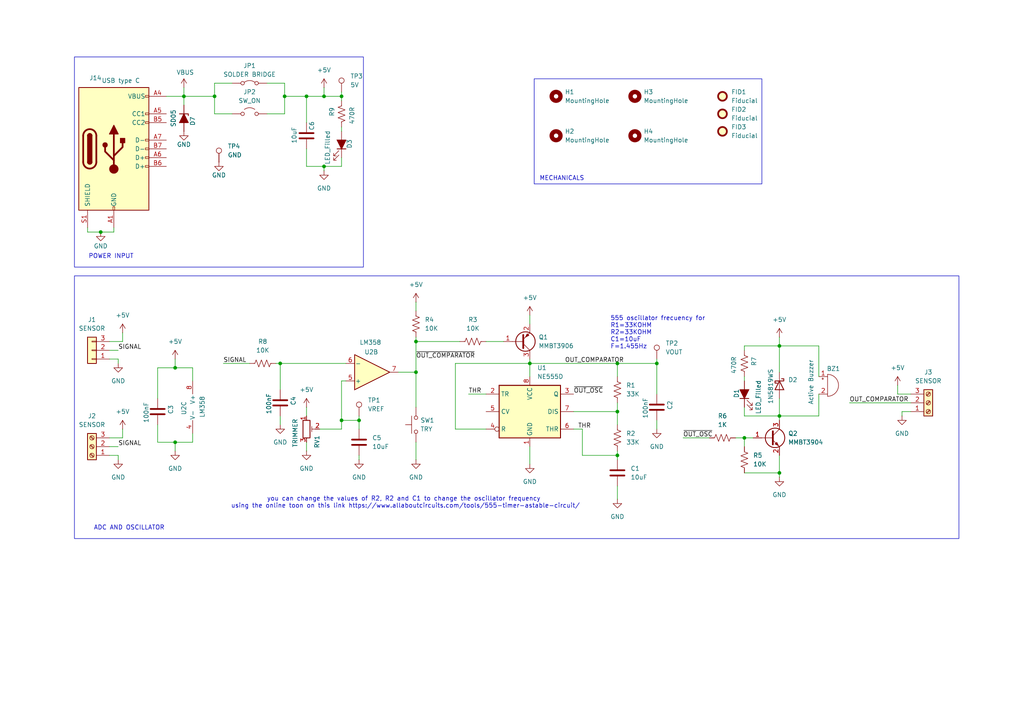
<source format=kicad_sch>
(kicad_sch (version 20250114) (generator "eeschema") (generator_version "9.0")
  (paper "A4")
  (title_block (title "Voltage comparator and alarm") (date "2025-08-02") (rev "V-1.0") (company "estebancorredor.net") (comment 1 "doenec@gmail.com") (comment 2 "https://github.com/Doenec/555"))
  (lib_symbols
    (symbol "Amplifier_Operational:LM358" (pin_names (offset 0.127))
      (property "Reference" "U" (at 0 5.08 0))
      (property "Value" "LM358" (at 0 -5.08 0))
      (symbol "LM358_1_1"
        (polyline (pts (xy -5.08 5.08) (xy 5.08 0) (xy -5.08 -5.08) (xy -5.08 5.08)) (stroke (width 0.254)) (fill (type background)))
        (pin input line (at -7.62 2.54 0) (length 2.54) (name "+") (number "3"))
        (pin input line (at -7.62 -2.54 0) (length 2.54) (name "-") (number "2"))
        (pin output line (at 7.62 0 180) (length 2.54) (name "~") (number "1"))
      )
      (symbol "LM358_2_1"
        (polyline (pts (xy -5.08 5.08) (xy 5.08 0) (xy -5.08 -5.08) (xy -5.08 5.08)) (stroke (width 0.254)) (fill (type background)))
        (pin input line (at -7.62 2.54 0) (length 2.54) (name "+") (number "5"))
        (pin input line (at -7.62 -2.54 0) (length 2.54) (name "-") (number "6"))
        (pin output line (at 7.62 0 180) (length 2.54) (name "~") (number "7"))
      )
      (symbol "LM358_3_1"
        (pin power_in line (at -2.54 7.62 270) (length 3.81) (name "V+") (number "8"))
        (pin power_in line (at -2.54 -7.62 90) (length 3.81) (name "V-") (number "4"))
      )
    )
    (symbol "Connector:Screw_Terminal_01x03" (pin_names (offset 1.016) (hide yes))
      (property "Reference" "J" (at 0 5.08 0))
      (property "Value" "Screw_Terminal_01x03" (at 0 -5.08 0))
      (symbol "Screw_Terminal_01x03_1_1"
        (rectangle (start -1.27 3.81) (end 1.27 -3.81) (stroke (width 0.254)) (fill (type background)))
        (polyline (pts (xy -0.5334 2.8702) (xy 0.3302 2.032)) (stroke (width 0.1524)))
        (polyline (pts (xy -0.5334 0.3302) (xy 0.3302 -0.508)) (stroke (width 0.1524)))
        (polyline (pts (xy -0.5334 -2.2098) (xy 0.3302 -3.048)) (stroke (width 0.1524)))
        (polyline (pts (xy -0.3556 3.048) (xy 0.508 2.2098)) (stroke (width 0.1524)))
        (polyline (pts (xy -0.3556 0.508) (xy 0.508 -0.3302)) (stroke (width 0.1524)))
        (polyline (pts (xy -0.3556 -2.032) (xy 0.508 -2.8702)) (stroke (width 0.1524)))
        (circle (center 0 2.54) (radius 0.635) (stroke (width 0.1524)))
        (circle (center 0 0) (radius 0.635) (stroke (width 0.1524)))
        (circle (center 0 -2.54) (radius 0.635) (stroke (width 0.1524)))
        (pin passive line (at -5.08 2.54 0) (length 3.81) (name "Pin_1") (number "1"))
        (pin passive line (at -5.08 0 0) (length 3.81) (name "Pin_2") (number "2"))
        (pin passive line (at -5.08 -2.54 0) (length 3.81) (name "Pin_3") (number "3"))
      )
    )
    (symbol "Connector:TestPoint" (pin_numbers (hide yes)) (pin_names (offset 0.762) (hide yes))
      (property "Reference" "TP" (at 0 6.858 0))
      (property "Value" "TestPoint" (at 0 5.08 0))
      (symbol "TestPoint_0_1"
        (circle (center 0 3.302) (radius 0.762))
      )
      (symbol "TestPoint_1_1"
        (pin passive line (at 0 0 90) (length 2.54) (name "1") (number "1"))
      )
    )
    (symbol "Connector:USB_C_Receptacle_USB2.0_14P" (pin_names (offset 1.016))
      (property "Reference" "J" (at 0 22.225 0))
      (property "Value" "USB_C_Receptacle_USB2.0_14P" (at 0 19.685 0))
      (symbol "USB_C_Receptacle_USB2.0_14P_0_0"
        (rectangle (start -0.254 -17.78) (end 0.254 -16.764))
        (rectangle (start 10.16 15.494) (end 9.144 14.986))
        (rectangle (start 10.16 10.414) (end 9.144 9.906))
        (rectangle (start 10.16 7.874) (end 9.144 7.366))
        (rectangle (start 10.16 2.794) (end 9.144 2.286))
        (rectangle (start 10.16 0.254) (end 9.144 -0.254))
        (rectangle (start 10.16 -2.286) (end 9.144 -2.794))
        (rectangle (start 10.16 -4.826) (end 9.144 -5.334))
      )
      (symbol "USB_C_Receptacle_USB2.0_14P_0_1"
        (rectangle (start -10.16 17.78) (end 10.16 -17.78) (stroke (width 0.254)) (fill (type background)))
        (polyline (pts (xy -8.89 -3.81) (xy -8.89 3.81)) (stroke (width 0.508)))
        (rectangle (start -7.62 -3.81) (end -6.35 3.81) (stroke (width 0.254)) (fill (type outline)))
        (arc (start -7.62 3.81) (mid -6.985 4.4423) (end -6.35 3.81) (stroke (width 0.254)))
        (arc (start -7.62 3.81) (mid -6.985 4.4423) (end -6.35 3.81) (stroke (width 0.254)) (fill (type outline)))
        (arc (start -8.89 3.81) (mid -6.985 5.7067) (end -5.08 3.81) (stroke (width 0.508)))
        (arc (start -5.08 -3.81) (mid -6.985 -5.7067) (end -8.89 -3.81) (stroke (width 0.508)))
        (arc (start -6.35 -3.81) (mid -6.985 -4.4423) (end -7.62 -3.81) (stroke (width 0.254)))
        (arc (start -6.35 -3.81) (mid -6.985 -4.4423) (end -7.62 -3.81) (stroke (width 0.254)) (fill (type outline)))
        (polyline (pts (xy -5.08 3.81) (xy -5.08 -3.81)) (stroke (width 0.508)))
        (circle (center -2.54 1.143) (radius 0.635) (stroke (width 0.254)) (fill (type outline)))
        (polyline (pts (xy -1.27 4.318) (xy 0 6.858) (xy 1.27 4.318) (xy -1.27 4.318)) (stroke (width 0.254)) (fill (type outline)))
        (polyline (pts (xy 0 -2.032) (xy 2.54 0.508) (xy 2.54 1.778)) (stroke (width 0.508)))
        (polyline (pts (xy 0 -3.302) (xy -2.54 -0.762) (xy -2.54 0.508)) (stroke (width 0.508)))
        (polyline (pts (xy 0 -5.842) (xy 0 4.318)) (stroke (width 0.508)))
        (circle (center 0 -5.842) (radius 1.27) (fill (type outline)))
        (rectangle (start 1.905 1.778) (end 3.175 3.048) (stroke (width 0.254)) (fill (type outline)))
      )
      (symbol "USB_C_Receptacle_USB2.0_14P_1_1"
        (pin passive line (at -7.62 -22.86 90) (length 5.08) (name "SHIELD") (number "S1"))
        (pin passive line (at 0 -22.86 90) (length 5.08) (name "GND") (number "A1"))
        (pin passive line (at 0 -22.86 90) (length 5.08) (hide yes) (name "GND") (number "A12"))
        (pin passive line (at 0 -22.86 90) (length 5.08) (hide yes) (name "GND") (number "B1"))
        (pin passive line (at 0 -22.86 90) (length 5.08) (hide yes) (name "GND") (number "B12"))
        (pin passive line (at 15.24 15.24 180) (length 5.08) (name "VBUS") (number "A4"))
        (pin passive line (at 15.24 15.24 180) (length 5.08) (hide yes) (name "VBUS") (number "A9"))
        (pin passive line (at 15.24 15.24 180) (length 5.08) (hide yes) (name "VBUS") (number "B4"))
        (pin passive line (at 15.24 15.24 180) (length 5.08) (hide yes) (name "VBUS") (number "B9"))
        (pin bidirectional line (at 15.24 10.16 180) (length 5.08) (name "CC1") (number "A5"))
        (pin bidirectional line (at 15.24 7.62 180) (length 5.08) (name "CC2") (number "B5"))
        (pin bidirectional line (at 15.24 2.54 180) (length 5.08) (name "D-") (number "A7"))
        (pin bidirectional line (at 15.24 0 180) (length 5.08) (name "D-") (number "B7"))
        (pin bidirectional line (at 15.24 -2.54 180) (length 5.08) (name "D+") (number "A6"))
        (pin bidirectional line (at 15.24 -5.08 180) (length 5.08) (name "D+") (number "B6"))
      )
    )
    (symbol "Connector_Generic:Conn_01x03" (pin_names (offset 1.016) (hide yes))
      (property "Reference" "J" (at 0 5.08 0))
      (property "Value" "Conn_01x03" (at 0 -5.08 0))
      (symbol "Conn_01x03_1_1"
        (rectangle (start -1.27 3.81) (end 1.27 -3.81) (stroke (width 0.254)) (fill (type background)))
        (rectangle (start -1.27 2.667) (end 0 2.413) (stroke (width 0.1524)))
        (rectangle (start -1.27 0.127) (end 0 -0.127) (stroke (width 0.1524)))
        (rectangle (start -1.27 -2.413) (end 0 -2.667) (stroke (width 0.1524)))
        (pin passive line (at -5.08 2.54 0) (length 3.81) (name "Pin_1") (number "1"))
        (pin passive line (at -5.08 0 0) (length 3.81) (name "Pin_2") (number "2"))
        (pin passive line (at -5.08 -2.54 0) (length 3.81) (name "Pin_3") (number "3"))
      )
    )
    (symbol "Device:Buzzer" (pin_names (offset 0.0254) (hide yes))
      (property "Reference" "BZ" (at 3.81 1.27 0))
      (property "Value" "Buzzer" (at 3.81 -1.27 0))
      (symbol "Buzzer_0_1"
        (polyline (pts (xy -1.651 1.905) (xy -1.143 1.905)))
        (polyline (pts (xy -1.397 2.159) (xy -1.397 1.651)))
        (arc (start 0 3.175) (mid 3.1612 0) (end 0 -3.175))
        (polyline (pts (xy 0 3.175) (xy 0 -3.175)))
      )
      (symbol "Buzzer_1_1"
        (pin passive line (at -2.54 2.54 0) (length 2.54) (name "+") (number "1"))
        (pin passive line (at -2.54 -2.54 0) (length 2.54) (name "-") (number "2"))
      )
    )
    (symbol "Device:C" (pin_numbers (hide yes)) (pin_names (offset 0.254))
      (property "Reference" "C" (at 0.635 2.54 0))
      (property "Value" "C" (at 0.635 -2.54 0))
      (symbol "C_0_1"
        (polyline (pts (xy -2.032 0.762) (xy 2.032 0.762)) (stroke (width 0.508)))
        (polyline (pts (xy -2.032 -0.762) (xy 2.032 -0.762)) (stroke (width 0.508)))
      )
      (symbol "C_1_1"
        (pin passive line (at 0 3.81 270) (length 2.794) (name "~") (number "1"))
        (pin passive line (at 0 -3.81 90) (length 2.794) (name "~") (number "2"))
      )
    )
    (symbol "Device:D_Zener_Filled" (pin_numbers (hide yes)) (pin_names (offset 1.016) (hide yes))
      (property "Reference" "D" (at 0 2.54 0))
      (property "Value" "D_Zener_Filled" (at 0 -2.54 0))
      (symbol "D_Zener_Filled_0_1"
        (polyline (pts (xy -1.27 -1.27) (xy -1.27 1.27) (xy -0.762 1.27)) (stroke (width 0.254)))
        (polyline (pts (xy 1.27 0) (xy -1.27 0)))
        (polyline (pts (xy 1.27 -1.27) (xy 1.27 1.27) (xy -1.27 0) (xy 1.27 -1.27)) (stroke (width 0.254)) (fill (type outline)))
      )
      (symbol "D_Zener_Filled_1_1"
        (pin passive line (at -3.81 0 0) (length 2.54) (name "K") (number "1"))
        (pin passive line (at 3.81 0 180) (length 2.54) (name "A") (number "2"))
      )
    )
    (symbol "Device:LED_Filled" (pin_numbers (hide yes)) (pin_names (offset 1.016) (hide yes))
      (property "Reference" "D" (at 0 2.54 0))
      (property "Value" "LED_Filled" (at 0 -2.54 0))
      (property "Sim.Pins" "1=K 2=A" (at 0 0 0))
      (symbol "LED_Filled_0_1"
        (polyline (pts (xy -3.048 -0.762) (xy -4.572 -2.286) (xy -3.81 -2.286) (xy -4.572 -2.286) (xy -4.572 -1.524)))
        (polyline (pts (xy -1.778 -0.762) (xy -3.302 -2.286) (xy -2.54 -2.286) (xy -3.302 -2.286) (xy -3.302 -1.524)))
        (polyline (pts (xy -1.27 0) (xy 1.27 0)))
        (polyline (pts (xy -1.27 -1.27) (xy -1.27 1.27)) (stroke (width 0.254)))
        (polyline (pts (xy 1.27 -1.27) (xy 1.27 1.27) (xy -1.27 0) (xy 1.27 -1.27)) (stroke (width 0.254)) (fill (type outline)))
      )
      (symbol "LED_Filled_1_1"
        (pin passive line (at -3.81 0 0) (length 2.54) (name "K") (number "1"))
        (pin passive line (at 3.81 0 180) (length 2.54) (name "A") (number "2"))
      )
    )
    (symbol "Device:R_Potentiometer_Trim" (pin_names (offset 1.016) (hide yes))
      (property "Reference" "RV" (at -4.445 0 90))
      (property "Value" "R_Potentiometer_Trim" (at -2.54 0 90))
      (symbol "R_Potentiometer_Trim_0_1"
        (rectangle (start 1.016 2.54) (end -1.016 -2.54) (stroke (width 0.254)))
        (polyline (pts (xy 1.524 0.762) (xy 1.524 -0.762)))
        (polyline (pts (xy 2.54 0) (xy 1.524 0)))
      )
      (symbol "R_Potentiometer_Trim_1_1"
        (pin passive line (at 0 3.81 270) (length 1.27) (name "1") (number "1"))
        (pin passive line (at 0 -3.81 90) (length 1.27) (name "3") (number "3"))
        (pin passive line (at 3.81 0 180) (length 1.27) (name "2") (number "2"))
      )
    )
    (symbol "Device:R_US" (pin_numbers (hide yes)) (pin_names (offset 0))
      (property "Reference" "R" (at 2.54 0 90))
      (property "Value" "R_US" (at -2.54 0 90))
      (symbol "R_US_0_1"
        (polyline (pts (xy 0 2.286) (xy 0 2.54)))
        (polyline (pts (xy 0 2.286) (xy 1.016 1.905) (xy 0 1.524) (xy -1.016 1.143) (xy 0 0.762)))
        (polyline (pts (xy 0 0.762) (xy 1.016 0.381) (xy 0 0) (xy -1.016 -0.381) (xy 0 -0.762)))
        (polyline (pts (xy 0 -0.762) (xy 1.016 -1.143) (xy 0 -1.524) (xy -1.016 -1.905) (xy 0 -2.286)))
        (polyline (pts (xy 0 -2.286) (xy 0 -2.54)))
      )
      (symbol "R_US_1_1"
        (pin passive line (at 0 3.81 270) (length 1.27) (name "~") (number "1"))
        (pin passive line (at 0 -3.81 90) (length 1.27) (name "~") (number "2"))
      )
    )
    (symbol "Diode:1N5819WS" (pin_numbers (hide yes)) (pin_names (offset 1.016) (hide yes))
      (property "Reference" "D" (at 0 2.54 0))
      (property "Value" "1N5819WS" (at 0 -2.54 0))
      (symbol "1N5819WS_0_1"
        (polyline (pts (xy -1.905 0.635) (xy -1.905 1.27) (xy -1.27 1.27) (xy -1.27 -1.27) (xy -0.635 -1.27) (xy -0.635 -0.635)) (stroke (width 0.254)))
        (polyline (pts (xy 1.27 1.27) (xy 1.27 -1.27) (xy -1.27 0) (xy 1.27 1.27)) (stroke (width 0.254)))
        (polyline (pts (xy 1.27 0) (xy -1.27 0)))
      )
      (symbol "1N5819WS_1_1"
        (pin passive line (at -3.81 0 0) (length 2.54) (name "K") (number "1"))
        (pin passive line (at 3.81 0 180) (length 2.54) (name "A") (number "2"))
      )
    )
    (symbol "Jumper:Jumper_2_Bridged" (pin_numbers (hide yes)) (pin_names (offset 0) (hide yes))
      (property "Reference" "JP" (at 0 1.905 0))
      (property "Value" "Jumper_2_Bridged" (at 0 -2.54 0))
      (symbol "Jumper_2_Bridged_0_0"
        (circle (center -2.032 0) (radius 0.508))
        (circle (center 2.032 0) (radius 0.508))
      )
      (symbol "Jumper_2_Bridged_0_1"
        (arc (start -1.524 0.254) (mid 0 0.762) (end 1.524 0.254))
      )
      (symbol "Jumper_2_Bridged_1_1"
        (pin passive line (at -5.08 0 0) (length 2.54) (name "A") (number "1"))
        (pin passive line (at 5.08 0 180) (length 2.54) (name "B") (number "2"))
      )
    )
    (symbol "Jumper:Jumper_2_Open" (pin_numbers (hide yes)) (pin_names (offset 0) (hide yes))
      (property "Reference" "JP" (at 0 2.794 0))
      (property "Value" "Jumper_2_Open" (at 0 -2.286 0))
      (symbol "Jumper_2_Open_0_0"
        (circle (center -2.032 0) (radius 0.508))
        (circle (center 2.032 0) (radius 0.508))
      )
      (symbol "Jumper_2_Open_0_1"
        (arc (start -1.524 1.27) (mid 0 1.778) (end 1.524 1.27))
      )
      (symbol "Jumper_2_Open_1_1"
        (pin passive line (at -5.08 0 0) (length 2.54) (name "A") (number "1"))
        (pin passive line (at 5.08 0 180) (length 2.54) (name "B") (number "2"))
      )
    )
    (symbol "Mechanical:Fiducial" (in_bom no)
      (property "Reference" "FID" (at 0 5.08 0))
      (property "Value" "Fiducial" (at 0 3.175 0))
      (symbol "Fiducial_0_1"
        (circle (center 0 0) (radius 1.27) (stroke (width 0.508)) (fill (type background)))
      )
    )
    (symbol "Mechanical:MountingHole" (pin_names (offset 1.016)) (in_bom no)
      (property "Reference" "H" (at 0 5.08 0))
      (property "Value" "MountingHole" (at 0 3.175 0))
      (symbol "MountingHole_0_1"
        (circle (center 0 0) (radius 1.27) (stroke (width 1.27)))
      )
    )
    (symbol "Switch:SW_Push" (pin_numbers (hide yes)) (pin_names (offset 1.016) (hide yes))
      (property "Reference" "SW" (at 1.27 2.54 0))
      (property "Value" "SW_Push" (at 0 -1.524 0))
      (symbol "SW_Push_0_1"
        (circle (center -2.032 0) (radius 0.508))
        (polyline (pts (xy 0 1.27) (xy 0 3.048)))
        (circle (center 2.032 0) (radius 0.508))
        (polyline (pts (xy 2.54 1.27) (xy -2.54 1.27)))
        (pin passive line (at -5.08 0 0) (length 2.54) (name "1") (number "1"))
        (pin passive line (at 5.08 0 180) (length 2.54) (name "2") (number "2"))
      )
    )
    (symbol "Timer:NE555D"
      (property "Reference" "U" (at -10.16 8.89 0))
      (property "Value" "NE555D" (at 2.54 8.89 0))
      (symbol "NE555D_0_0"
        (pin power_in line (at 0 10.16 270) (length 2.54) (name "VCC") (number "8"))
        (pin power_in line (at 0 -10.16 90) (length 2.54) (name "GND") (number "1"))
      )
      (symbol "NE555D_0_1"
        (rectangle (start -8.89 -7.62) (end 8.89 7.62) (stroke (width 0.254)) (fill (type background)))
        (rectangle (start -8.89 -7.62) (end 8.89 7.62) (stroke (width 0.254)) (fill (type background)))
      )
      (symbol "NE555D_1_1"
        (pin input line (at -12.7 5.08 0) (length 3.81) (name "TR") (number "2"))
        (pin input line (at -12.7 0 0) (length 3.81) (name "CV") (number "5"))
        (pin input inverted (at -12.7 -5.08 0) (length 3.81) (name "R") (number "4"))
        (pin output line (at 12.7 5.08 180) (length 3.81) (name "Q") (number "3"))
        (pin input line (at 12.7 0 180) (length 3.81) (name "DIS") (number "7"))
        (pin input line (at 12.7 -5.08 180) (length 3.81) (name "THR") (number "6"))
      )
    )
    (symbol "Transistor_BJT:MMBT3904" (pin_names (offset 0) (hide yes))
      (property "Reference" "Q" (at 5.08 1.905 0))
      (property "Value" "MMBT3904" (at 5.08 0 0))
      (symbol "MMBT3904_0_1"
        (polyline (pts (xy -2.54 0) (xy 0.635 0)))
        (polyline (pts (xy 0.635 1.905) (xy 0.635 -1.905)) (stroke (width 0.508)))
        (circle (center 1.27 0) (radius 2.8194) (stroke (width 0.254)))
      )
      (symbol "MMBT3904_1_1"
        (polyline (pts (xy 0.635 0.635) (xy 2.54 2.54)))
        (polyline (pts (xy 0.635 -0.635) (xy 2.54 -2.54)))
        (polyline (pts (xy 1.27 -1.778) (xy 1.778 -1.27) (xy 2.286 -2.286) (xy 1.27 -1.778)) (fill (type outline)))
        (pin input line (at -5.08 0 0) (length 2.54) (name "B") (number "1"))
        (pin passive line (at 2.54 5.08 270) (length 2.54) (name "C") (number "3"))
        (pin passive line (at 2.54 -5.08 90) (length 2.54) (name "E") (number "2"))
      )
    )
    (symbol "Transistor_BJT:MMBT3906" (pin_names (offset 0) (hide yes))
      (property "Reference" "Q" (at 5.08 1.905 0))
      (property "Value" "MMBT3906" (at 5.08 0 0))
      (symbol "MMBT3906_0_1"
        (polyline (pts (xy -2.54 0) (xy 0.635 0)))
        (polyline (pts (xy 0.635 1.905) (xy 0.635 -1.905)) (stroke (width 0.508)))
        (polyline (pts (xy 0.635 0.635) (xy 2.54 2.54)))
        (polyline (pts (xy 0.635 -0.635) (xy 2.54 -2.54)))
        (circle (center 1.27 0) (radius 2.8194) (stroke (width 0.254)))
        (polyline (pts (xy 2.286 -1.778) (xy 1.778 -2.286) (xy 1.27 -1.27) (xy 2.286 -1.778)) (fill (type outline)))
      )
      (symbol "MMBT3906_1_1"
        (pin input line (at -5.08 0 0) (length 2.54) (name "B") (number "1"))
        (pin passive line (at 2.54 5.08 270) (length 2.54) (name "C") (number "3"))
        (pin passive line (at 2.54 -5.08 90) (length 2.54) (name "E") (number "2"))
      )
    )
    (symbol "power:+5V" (power) (pin_numbers (hide yes)) (pin_names (offset 0) (hide yes))
      (property "Value" "+5V" (at 0 3.556 0))
      (symbol "+5V_0_1"
        (polyline (pts (xy -0.762 1.27) (xy 0 2.54)))
        (polyline (pts (xy 0 2.54) (xy 0.762 1.27)))
        (polyline (pts (xy 0 0) (xy 0 2.54)))
      )
      (symbol "+5V_1_1"
        (pin power_in line (at 0 0 90) (length 0) (name "~") (number "1"))
      )
    )
    (symbol "power:GND" (power) (pin_numbers (hide yes)) (pin_names (offset 0) (hide yes))
      (property "Value" "GND" (at 0 -3.81 0))
      (symbol "GND_0_1"
        (polyline (pts (xy 0 0) (xy 0 -1.27) (xy 1.27 -1.27) (xy 0 -2.54) (xy -1.27 -1.27) (xy 0 -1.27)))
      )
      (symbol "GND_1_1"
        (pin power_in line (at 0 0 270) (length 0) (name "~") (number "1"))
      )
    )
    (symbol "power:VBUS" (power) (pin_names (offset 0))
      (property "Value" "VBUS" (at 0 3.81 0))
      (symbol "VBUS_0_1"
        (polyline (pts (xy -0.762 1.27) (xy 0 2.54)))
        (polyline (pts (xy 0 2.54) (xy 0.762 1.27)))
        (polyline (pts (xy 0 0) (xy 0 2.54)))
      )
      (symbol "VBUS_1_1"
        (pin power_in line (at 0 0 90) (length 0) (hide yes) (name "VBUS") (number "1"))
      )
    )
  )
  (rectangle (start 21.59 80.01) (end 278.13 156.21))
  (rectangle (start 21.59 16.51) (end 105.41 77.47))
  (rectangle (start 154.94 22.86) (end 220.98 53.34))
  (text "ADC AND OSCILLATOR" (at 27.178 153.162 0) (effects (font (size 1.27 1.27)) (justify left)))
  (text "555 oscillator frecuency for \nR1=33KOHM\nR2=33KOHM\nC1=10uF\nF=1.455Hz" (at 177.038 96.52 0) (effects (font (size 1.27 1.27)) (justify left)))
  (text "POWER INPUT" (at 25.654 74.422 0) (effects (font (size 1.27 1.27)) (justify left)))
  (text "you can change the values of R2, R2 and C1 to change the oscillator frequency \nusing the online toon on this link https://www.allaboutcircuits.com/tools/555-timer-astable-circuit/" (at 117.602 145.796 0) (effects (font (size 1.27 1.27))))
  (text "MECHANICALS" (at 156.464 51.816 0) (effects (font (size 1.27 1.27)) (justify left)))
  (junction (at 226.06 137.16))
  (junction (at 62.23 27.94))
  (junction (at 179.07 119.38))
  (junction (at 81.28 105.41))
  (junction (at 82.55 27.94))
  (junction (at 104.14 121.92))
  (junction (at 93.98 27.94))
  (junction (at 88.9 27.94))
  (junction (at 99.06 27.94))
  (junction (at 215.9 127))
  (junction (at 226.06 100.33))
  (junction (at 153.67 105.41))
  (junction (at 179.07 132.08))
  (junction (at 93.98 48.26))
  (junction (at 120.65 99.06))
  (junction (at 120.65 107.95))
  (junction (at 190.5 105.41))
  (junction (at 99.06 121.92))
  (junction (at 29.21 67.31))
  (junction (at 226.06 120.65))
  (junction (at 50.8 106.68))
  (junction (at 53.34 27.94))
  (junction (at 179.07 105.41))
  (junction (at 50.8 128.27))
  (wire (pts (xy 120.65 133.35) (xy 120.65 128.27)))
  (wire (pts (xy 135.89 114.3) (xy 140.97 114.3)))
  (wire (pts (xy 50.8 128.27) (xy 55.88 128.27)))
  (wire (pts (xy 261.62 119.38) (xy 261.62 120.65)))
  (wire (pts (xy 226.06 120.65) (xy 237.49 120.65)))
  (wire (pts (xy 34.29 104.14) (xy 34.29 105.41)))
  (wire (pts (xy 31.75 129.54) (xy 34.29 129.54)))
  (wire (pts (xy 62.23 24.13) (xy 67.31 24.13)))
  (wire (pts (xy 166.37 124.46) (xy 168.91 124.46)))
  (wire (pts (xy 29.21 67.31) (xy 33.02 67.31)))
  (wire (pts (xy 50.8 106.68) (xy 55.88 106.68)))
  (wire (pts (xy 55.88 128.27) (xy 55.88 125.73)))
  (wire (pts (xy 226.06 120.65) (xy 226.06 121.92)))
  (wire (pts (xy 88.9 128.27) (xy 88.9 130.81)))
  (wire (pts (xy 88.9 118.11) (xy 88.9 120.65)))
  (wire (pts (xy 120.65 87.63) (xy 120.65 90.17)))
  (wire (pts (xy 31.75 101.6) (xy 34.29 101.6)))
  (wire (pts (xy 99.06 36.83) (xy 99.06 38.1)))
  (wire (pts (xy 198.12 127) (xy 205.74 127)))
  (wire (pts (xy 153.67 91.44) (xy 153.67 93.98)))
  (wire (pts (xy 77.47 24.13) (xy 82.55 24.13)))
  (wire (pts (xy 82.55 27.94) (xy 82.55 33.02)))
  (wire (pts (xy 179.07 105.41) (xy 190.5 105.41)))
  (wire (pts (xy 55.88 106.68) (xy 55.88 110.49)))
  (wire (pts (xy 215.9 127) (xy 215.9 129.54)))
  (wire (pts (xy 237.49 114.3) (xy 237.49 120.65)))
  (wire (pts (xy 99.06 110.49) (xy 99.06 121.92)))
  (wire (pts (xy 120.65 99.06) (xy 120.65 97.79)))
  (wire (pts (xy 179.07 130.81) (xy 179.07 132.08)))
  (wire (pts (xy 99.06 45.72) (xy 99.06 48.26)))
  (wire (pts (xy 82.55 24.13) (xy 82.55 27.94)))
  (wire (pts (xy 48.26 27.94) (xy 53.34 27.94)))
  (wire (pts (xy 50.8 128.27) (xy 45.72 128.27)))
  (wire (pts (xy 77.47 33.02) (xy 82.55 33.02)))
  (wire (pts (xy 99.06 121.92) (xy 104.14 121.92)))
  (wire (pts (xy 120.65 107.95) (xy 120.65 99.06)))
  (wire (pts (xy 140.97 99.06) (xy 146.05 99.06)))
  (wire (pts (xy 50.8 106.68) (xy 45.72 106.68)))
  (wire (pts (xy 93.98 48.26) (xy 88.9 48.26)))
  (wire (pts (xy 99.06 26.67) (xy 99.06 27.94)))
  (wire (pts (xy 190.5 121.92) (xy 190.5 124.46)))
  (wire (pts (xy 190.5 104.14) (xy 190.5 105.41)))
  (wire (pts (xy 153.67 105.41) (xy 132.08 105.41)))
  (wire (pts (xy 53.34 27.94) (xy 53.34 30.48)))
  (wire (pts (xy 153.67 105.41) (xy 153.67 109.22)))
  (wire (pts (xy 93.98 49.53) (xy 93.98 48.26)))
  (wire (pts (xy 226.06 100.33) (xy 226.06 107.95)))
  (wire (pts (xy 31.75 99.06) (xy 35.56 99.06)))
  (wire (pts (xy 120.65 107.95) (xy 120.65 118.11)))
  (wire (pts (xy 35.56 124.46) (xy 35.56 127)))
  (wire (pts (xy 215.9 118.11) (xy 215.9 120.65)))
  (wire (pts (xy 29.21 67.31) (xy 25.4 67.31)))
  (wire (pts (xy 226.06 137.16) (xy 226.06 138.43)))
  (wire (pts (xy 226.06 97.79) (xy 226.06 100.33)))
  (wire (pts (xy 50.8 130.81) (xy 50.8 128.27)))
  (wire (pts (xy 215.9 101.6) (xy 215.9 100.33)))
  (wire (pts (xy 104.14 121.92) (xy 104.14 124.46)))
  (wire (pts (xy 168.91 132.08) (xy 179.07 132.08)))
  (wire (pts (xy 179.07 119.38) (xy 179.07 116.84)))
  (wire (pts (xy 153.67 129.54) (xy 153.67 134.62)))
  (wire (pts (xy 88.9 27.94) (xy 93.98 27.94)))
  (wire (pts (xy 80.01 105.41) (xy 81.28 105.41)))
  (wire (pts (xy 93.98 27.94) (xy 93.98 25.4)))
  (wire (pts (xy 215.9 109.22) (xy 215.9 110.49)))
  (wire (pts (xy 34.29 132.08) (xy 34.29 133.35)))
  (wire (pts (xy 213.36 127) (xy 215.9 127)))
  (wire (pts (xy 226.06 137.16) (xy 215.9 137.16)))
  (wire (pts (xy 133.35 99.06) (xy 120.65 99.06)))
  (wire (pts (xy 260.35 111.76) (xy 260.35 114.3)))
  (wire (pts (xy 226.06 115.57) (xy 226.06 120.65)))
  (wire (pts (xy 25.4 67.31) (xy 25.4 66.04)))
  (wire (pts (xy 179.07 105.41) (xy 179.07 109.22)))
  (wire (pts (xy 99.06 121.92) (xy 99.06 124.46)))
  (wire (pts (xy 93.98 27.94) (xy 99.06 27.94)))
  (wire (pts (xy 179.07 140.97) (xy 179.07 144.78)))
  (wire (pts (xy 62.23 27.94) (xy 62.23 33.02)))
  (wire (pts (xy 53.34 25.4) (xy 53.34 27.94)))
  (wire (pts (xy 215.9 120.65) (xy 226.06 120.65)))
  (wire (pts (xy 166.37 119.38) (xy 179.07 119.38)))
  (wire (pts (xy 45.72 106.68) (xy 45.72 115.57)))
  (wire (pts (xy 31.75 132.08) (xy 34.29 132.08)))
  (wire (pts (xy 33.02 67.31) (xy 33.02 66.04)))
  (wire (pts (xy 93.98 48.26) (xy 99.06 48.26)))
  (wire (pts (xy 215.9 127) (xy 218.44 127)))
  (wire (pts (xy 115.57 107.95) (xy 120.65 107.95)))
  (wire (pts (xy 81.28 105.41) (xy 81.28 113.03)))
  (wire (pts (xy 153.67 104.14) (xy 153.67 105.41)))
  (wire (pts (xy 81.28 120.65) (xy 81.28 123.19)))
  (wire (pts (xy 45.72 123.19) (xy 45.72 128.27)))
  (wire (pts (xy 153.67 105.41) (xy 179.07 105.41)))
  (wire (pts (xy 100.33 110.49) (xy 99.06 110.49)))
  (wire (pts (xy 226.06 100.33) (xy 237.49 100.33)))
  (wire (pts (xy 82.55 27.94) (xy 88.9 27.94)))
  (wire (pts (xy 190.5 105.41) (xy 190.5 114.3)))
  (wire (pts (xy 35.56 96.52) (xy 35.56 99.06)))
  (wire (pts (xy 81.28 105.41) (xy 100.33 105.41)))
  (wire (pts (xy 237.49 100.33) (xy 237.49 109.22)))
  (wire (pts (xy 53.34 27.94) (xy 62.23 27.94)))
  (wire (pts (xy 132.08 124.46) (xy 140.97 124.46)))
  (wire (pts (xy 264.16 119.38) (xy 261.62 119.38)))
  (wire (pts (xy 104.14 121.92) (xy 104.14 120.65)))
  (wire (pts (xy 179.07 132.08) (xy 179.07 133.35)))
  (wire (pts (xy 104.14 132.08) (xy 104.14 133.35)))
  (wire (pts (xy 246.38 116.84) (xy 264.16 116.84)))
  (wire (pts (xy 226.06 132.08) (xy 226.06 137.16)))
  (wire (pts (xy 50.8 104.14) (xy 50.8 106.68)))
  (wire (pts (xy 99.06 27.94) (xy 99.06 29.21)))
  (wire (pts (xy 31.75 104.14) (xy 34.29 104.14)))
  (wire (pts (xy 92.71 124.46) (xy 99.06 124.46)))
  (wire (pts (xy 264.16 114.3) (xy 260.35 114.3)))
  (wire (pts (xy 132.08 105.41) (xy 132.08 124.46)))
  (wire (pts (xy 31.75 127) (xy 35.56 127)))
  (wire (pts (xy 88.9 43.18) (xy 88.9 48.26)))
  (wire (pts (xy 88.9 27.94) (xy 88.9 35.56)))
  (wire (pts (xy 215.9 100.33) (xy 226.06 100.33)))
  (wire (pts (xy 168.91 132.08) (xy 168.91 124.46)))
  (wire (pts (xy 179.07 119.38) (xy 179.07 123.19)))
  (wire (pts (xy 62.23 27.94) (xy 62.23 24.13)))
  (wire (pts (xy 64.77 105.41) (xy 72.39 105.41)))
  (wire (pts (xy 67.31 33.02) (xy 62.23 33.02)))
  (label "SIGNAL" (at 34.29 101.6 0))
  (label "SIGNAL" (at 64.77 105.41 0))
  (label "~{OUT_COMPARATOR}" (at 120.65 104.14 0))
  (label "~{OUT_OSC}" (at 198.12 127 0))
  (label "OUT_COMPARATOR" (at 246.38 116.84 0))
  (label "~{OUT_OSC}" (at 166.37 114.3 0))
  (label "SIGNAL" (at 34.29 129.54 0))
  (label "THR" (at 135.89 114.3 0))
  (label "THR" (at 167.64 124.46 0))
  (label "OUT_COMPARATOR" (at 163.83 105.41 0))
  (symbol (lib_id "power:GND") (at 29.21 67.31 0) (unit 1)
    (property "Reference" "#PWR021" (effects (hide yes)))
    (property "Value" "GND" (at 29.21 71.374 0))
    (property "Description" "Power symbol creates a global label with name \"GND\" , ground" (effects (hide yes)))
  )
  (symbol (lib_id "Amplifier_Operational:LM358") (at 107.95 107.95 0) (mirror x) (unit 2)
    (property "Reference" "U2" (at 107.696 102.108 0))
    (property "Value" "LM358" (at 107.442 99.314 0))
    (property "Footprint" "Package_SO:SOIC-8_3.9x4.9mm_P1.27mm" (effects (hide yes)))
    (property "Datasheet" "http://www.ti.com/lit/ds/symlink/lm2904-n.pdf" (effects (hide yes)))
    (property "Description" "Low-Power, Dual Operational Amplifiers, DIP-8/SOIC-8/TO-99-8" (effects (hide yes)))
  )
  (symbol (lib_id "power:GND") (at 120.65 133.35 0) (unit 1)
    (property "Reference" "#PWR010" (effects (hide yes)))
    (property "Value" "GND" (at 120.65 138.43 0))
    (property "Description" "Power symbol creates a global label with name \"GND\" , ground" (effects (hide yes)))
  )
  (symbol (lib_id "power:+5V") (at 120.65 87.63 0) (unit 1)
    (property "Reference" "#PWR09" (effects (hide yes)))
    (property "Value" "+5V" (at 120.65 82.55 0))
    (property "Description" "Power symbol creates a global label with name \"+5V\"" (effects (hide yes)))
  )
  (symbol (lib_id "power:GND") (at 53.34 38.1 0) (unit 1)
    (property "Reference" "#PWR065" (effects (hide yes)))
    (property "Value" "GND" (at 53.34 41.91 0))
  )
  (symbol (lib_id "power:GND") (at 226.06 138.43 0) (unit 1)
    (property "Reference" "#PWR04" (effects (hide yes)))
    (property "Value" "GND" (at 226.06 143.51 0))
    (property "Description" "Power symbol creates a global label with name \"GND\" , ground" (effects (hide yes)))
  )
  (symbol (lib_id "Connector_Generic:Conn_01x03") (at 26.67 101.6 180) (unit 1)
    (property "Reference" "J1" (at 26.67 92.71 0))
    (property "Value" "SENSOR" (at 26.67 95.25 0))
    (property "Footprint" "Connector_JST:JST_XH_S3B-XH-A_1x03_P2.50mm_Horizontal" (effects (hide yes)))
    (property "Description" "Generic connector, single row, 01x03, script generated (kicad-library-utils/schlib/autogen/connector/)" (effects (hide yes)))
  )
  (symbol (lib_id "Connector:USB_C_Receptacle_USB2.0_14P") (at 33.02 43.18 0) (unit 1)
    (property "Reference" "J14" (at 27.686 22.606 0))
    (property "Value" "USB type C" (at 35.052 23.368 0))
    (property "Footprint" "Connector_USB:USB_C_Receptacle_HRO_TYPE-C-31-M-12" (effects (hide yes)))
    (property "Datasheet" "https://www.usb.org/sites/default/files/documents/usb_type-c.zip" (effects (hide yes)))
    (property "Description" "USB Full-Featured Type-C Receptacle connector" (effects (hide yes)))
    (property "MPN" "TYPE-C-31-M-12" (effects (hide yes)))
    (property "Manufacturer" "Korean Hroparts Elec" (effects (hide yes)))
    (property "LCSC-PN" "C165948" (effects (hide yes)))
  )
  (symbol (lib_id "Transistor_BJT:MMBT3906") (at 151.13 99.06 0) (mirror x) (unit 1)
    (property "Reference" "Q1" (at 156.21 97.7899 0) (effects (justify left)))
    (property "Value" "MMBT3906" (at 156.21 100.3299 0) (effects (justify left)))
    (property "Footprint" "Package_TO_SOT_SMD:SOT-23" (effects (hide yes)))
    (property "Datasheet" "https://www.onsemi.com/pdf/datasheet/pzt3906-d.pdf" (effects (hide yes)))
    (property "Description" "-0.2A Ic, -40V Vce, Small Signal PNP Transistor, SOT-23" (effects (hide yes)))
  )
  (symbol (lib_id "Diode:1N5819WS") (at 226.06 111.76 270) (unit 1)
    (property "Reference" "D2" (at 228.6 110.1724 90) (effects (justify left)))
    (property "Value" "1N5819WS" (at 223.52 106.934 0) (effects (justify left)))
    (property "Footprint" "Diode_SMD:D_SOD-323" (effects (hide yes)))
    (property "Datasheet" "https://datasheet.lcsc.com/lcsc/2204281430_Guangdong-Hottech-1N5819WS_C191023.pdf" (effects (hide yes)))
    (property "Description" "40V 600mV@1A 1A SOD-323 Schottky Barrier Diodes, SOD-323" (effects (hide yes)))
  )
  (symbol (lib_id "power:GND") (at 34.29 105.41 0) (unit 1)
    (property "Reference" "#PWR017" (effects (hide yes)))
    (property "Value" "GND" (at 34.29 110.49 0))
    (property "Description" "Power symbol creates a global label with name \"GND\" , ground" (effects (hide yes)))
  )
  (symbol (lib_id "Device:R_Potentiometer_Trim") (at 88.9 124.46 0) (unit 1)
    (property "Reference" "RV1" (at 91.948 126.238 90) (effects (justify right)))
    (property "Value" "TRIMMER" (at 85.598 121.412 90) (effects (justify right)))
    (property "Footprint" "Potentiometer_THT:Potentiometer_Runtron_RM-065_Vertical" (effects (hide yes)))
    (property "Description" "Trim-potentiometer" (effects (hide yes)))
  )
  (symbol (lib_id "Device:R_US") (at 179.07 127 0) (unit 1)
    (property "Reference" "R2" (at 181.61 125.7299 0) (effects (justify left)))
    (property "Value" "33K" (at 181.61 128.2699 0) (effects (justify left)))
    (property "Footprint" "Resistor_SMD:R_1206_3216Metric_Pad1.30x1.75mm_HandSolder" (effects (hide yes)))
    (property "Description" "Resistor, US symbol" (effects (hide yes)))
  )
  (symbol (lib_id "Connector:TestPoint") (at 190.5 104.14 0) (unit 1)
    (property "Reference" "TP2" (at 193.04 99.5679 0) (effects (justify left)))
    (property "Value" "VOUT" (at 193.04 102.1079 0) (effects (justify left)))
    (property "Footprint" "TestPoint:TestPoint_Pad_D1.5mm" (effects (hide yes)))
    (property "Description" "test point" (effects (hide yes)))
  )
  (symbol (lib_id "power:VBUS") (at 53.34 25.4 0) (unit 1)
    (property "Reference" "#PWR066" (effects (hide yes)))
    (property "Value" "VBUS" (at 53.721 21.0058 0))
  )
  (symbol (lib_id "Mechanical:MountingHole") (at 184.15 39.37 0) (unit 1) (in_bom no)
    (property "Reference" "H4" (at 186.69 38.0999 0) (effects (justify left)))
    (property "Value" "MountingHole" (at 186.69 40.6399 0) (effects (justify left)))
    (property "Footprint" "MountingHole:MountingHole_3.2mm_M3" (effects (hide yes)))
    (property "Description" "Mounting Hole without connection" (effects (hide yes)))
  )
  (symbol (lib_id "Amplifier_Operational:LM358") (at 58.42 118.11 0) (unit 3)
    (property "Reference" "U2" (at 53.34 120.396 90) (effects (justify left)))
    (property "Value" "LM358" (at 58.674 121.158 90) (effects (justify left)))
    (property "Footprint" "Package_SO:SOIC-8_3.9x4.9mm_P1.27mm" (effects (hide yes)))
    (property "Datasheet" "http://www.ti.com/lit/ds/symlink/lm2904-n.pdf" (effects (hide yes)))
    (property "Description" "Low-Power, Dual Operational Amplifiers, DIP-8/SOIC-8/TO-99-8" (effects (hide yes)))
  )
  (symbol (lib_id "power:+5V") (at 226.06 97.79 0) (unit 1)
    (property "Reference" "#PWR05" (effects (hide yes)))
    (property "Value" "+5V" (at 226.06 92.71 0))
    (property "Description" "Power symbol creates a global label with name \"+5V\"" (effects (hide yes)))
  )
  (symbol (lib_id "power:GND") (at 153.67 134.62 0) (unit 1)
    (property "Reference" "#PWR03" (effects (hide yes)))
    (property "Value" "GND" (at 153.67 139.7 0))
    (property "Description" "Power symbol creates a global label with name \"GND\" , ground" (effects (hide yes)))
  )
  (symbol (lib_id "power:GND") (at 88.9 130.81 0) (unit 1)
    (property "Reference" "#PWR012" (effects (hide yes)))
    (property "Value" "GND" (at 88.9 135.89 0))
    (property "Description" "Power symbol creates a global label with name \"GND\" , ground" (effects (hide yes)))
  )
  (symbol (lib_id "Device:C") (at 45.72 119.38 0) (unit 1)
    (property "Reference" "C3" (at 49.53 120.142 90) (effects (justify left)))
    (property "Value" "100nF" (at 42.418 122.682 90) (effects (justify left)))
    (property "Footprint" "Capacitor_SMD:C_1206_3216Metric_Pad1.33x1.80mm_HandSolder" (effects (hide yes)))
    (property "Description" "Unpolarized capacitor" (effects (hide yes)))
  )
  (symbol (lib_id "Device:R_US") (at 215.9 105.41 180) (unit 1)
    (property "Reference" "R7" (at 218.694 106.172 90) (effects (justify right)))
    (property "Value" "470R" (at 212.852 108.458 90) (effects (justify right)))
    (property "Footprint" "Resistor_SMD:R_1206_3216Metric_Pad1.30x1.75mm_HandSolder" (effects (hide yes)))
    (property "Description" "Resistor, US symbol" (effects (hide yes)))
  )
  (symbol (lib_id "Device:D_Zener_Filled") (at 53.34 34.29 270) (unit 1)
    (property "Reference" "D7" (at 55.88 33.782 0) (effects (justify left)))
    (property "Value" "SD05" (at 50.292 31.75 0) (effects (justify left)))
    (property "Footprint" "Diode_SMD:D_SOD-323" (effects (hide yes)))
    (property "Description" "Zener diode, filled shape" (effects (hide yes)))
    (property "LCSC-PN" "C502527" (effects (hide yes)))
    (property "MPN" "SD05" (effects (hide yes)))
    (property "Manufacturer" "MDD(Microdiode Semiconductor)" (effects (hide yes)))
  )
  (symbol (lib_id "Connector:TestPoint") (at 104.14 120.65 0) (unit 1)
    (property "Reference" "TP1" (at 106.68 116.0779 0) (effects (justify left)))
    (property "Value" "VREF" (at 106.68 118.6179 0) (effects (justify left)))
    (property "Footprint" "TestPoint:TestPoint_Pad_D1.5mm" (effects (hide yes)))
    (property "Description" "test point" (effects (hide yes)))
  )
  (symbol (lib_id "Mechanical:Fiducial") (at 209.55 33.02 0) (unit 1) (in_bom no)
    (property "Reference" "FID2" (at 212.09 31.7499 0) (effects (justify left)))
    (property "Value" "Fiducial" (at 212.09 34.2899 0) (effects (justify left)))
    (property "Footprint" "Fiducial:Fiducial_0.5mm_Mask1mm" (effects (hide yes)))
    (property "Description" "Fiducial Marker" (effects (hide yes)))
  )
  (symbol (lib_id "Connector:Screw_Terminal_01x03") (at 269.24 116.84 0) (mirror x) (unit 1)
    (property "Reference" "J3" (at 269.24 107.95 0))
    (property "Value" "SENSOR" (at 269.24 110.49 0))
    (property "Footprint" "TerminalBlock_Phoenix:TerminalBlock_Phoenix_MKDS-1,5-3-5.08_1x03_P5.08mm_Horizontal" (effects (hide yes)))
    (property "Description" "Generic screw terminal, single row, 01x03, script generated (kicad-library-utils/schlib/autogen/connector/)" (effects (hide yes)))
  )
  (symbol (lib_id "power:GND") (at 63.5 46.99 0) (unit 1)
    (property "Reference" "#PWR024" (effects (hide yes)))
    (property "Value" "GND" (at 63.5 50.8 0))
  )
  (symbol (lib_id "power:+5V") (at 88.9 118.11 0) (unit 1)
    (property "Reference" "#PWR011" (effects (hide yes)))
    (property "Value" "+5V" (at 88.9 113.03 0))
    (property "Description" "Power symbol creates a global label with name \"+5V\"" (effects (hide yes)))
  )
  (symbol (lib_id "power:+5V") (at 35.56 96.52 0) (unit 1)
    (property "Reference" "#PWR016" (effects (hide yes)))
    (property "Value" "+5V" (at 35.56 91.44 0))
    (property "Description" "Power symbol creates a global label with name \"+5V\"" (effects (hide yes)))
  )
  (symbol (lib_id "Connector:TestPoint") (at 99.06 26.67 0) (unit 1)
    (property "Reference" "TP3" (at 101.6 22.0979 0) (effects (justify left)))
    (property "Value" "5V" (at 101.6 24.6379 0) (effects (justify left)))
    (property "Footprint" "TestPoint:TestPoint_Pad_D1.5mm" (effects (hide yes)))
    (property "Description" "test point" (effects (hide yes)))
  )
  (symbol (lib_id "power:+5V") (at 50.8 104.14 0) (unit 1)
    (property "Reference" "#PWR08" (effects (hide yes)))
    (property "Value" "+5V" (at 50.8 99.06 0))
    (property "Description" "Power symbol creates a global label with name \"+5V\"" (effects (hide yes)))
  )
  (symbol (lib_id "Timer:NE555D") (at 153.67 119.38 0) (unit 1)
    (property "Reference" "U1" (at 155.8133 106.68 0) (effects (justify left)))
    (property "Value" "NE555D" (at 155.8133 109.22 0) (effects (justify left)))
    (property "Footprint" "Package_SO:SOIC-8_3.9x4.9mm_P1.27mm" (effects (hide yes)))
    (property "Datasheet" "http://www.ti.com/lit/ds/symlink/ne555.pdf" (effects (hide yes)))
    (property "Description" "Precision Timers, 555 compatible, SOIC-8" (effects (hide yes)))
  )
  (symbol (lib_id "Device:R_US") (at 215.9 133.35 180) (unit 1)
    (property "Reference" "R5" (at 218.44 132.0799 0) (effects (justify right)))
    (property "Value" "10K" (at 218.44 134.6199 0) (effects (justify right)))
    (property "Footprint" "Resistor_SMD:R_1206_3216Metric_Pad1.30x1.75mm_HandSolder" (effects (hide yes)))
    (property "Description" "Resistor, US symbol" (effects (hide yes)))
  )
  (symbol (lib_id "Device:C") (at 104.14 128.27 0) (unit 1)
    (property "Reference" "C5" (at 107.95 126.9999 0) (effects (justify left)))
    (property "Value" "10uF" (at 107.95 129.5399 0) (effects (justify left)))
    (property "Footprint" "Capacitor_SMD:C_1206_3216Metric_Pad1.33x1.80mm_HandSolder" (effects (hide yes)))
    (property "Description" "Unpolarized capacitor" (effects (hide yes)))
  )
  (symbol (lib_id "power:GND") (at 261.62 120.65 0) (mirror y) (unit 1)
    (property "Reference" "#PWR019" (effects (hide yes)))
    (property "Value" "GND" (at 261.62 125.73 0))
    (property "Description" "Power symbol creates a global label with name \"GND\" , ground" (effects (hide yes)))
  )
  (symbol (lib_id "Device:R_US") (at 120.65 93.98 180) (unit 1)
    (property "Reference" "R4" (at 123.19 92.7099 0) (effects (justify right)))
    (property "Value" "10K" (at 123.19 95.2499 0) (effects (justify right)))
    (property "Footprint" "Resistor_SMD:R_1206_3216Metric_Pad1.30x1.75mm_HandSolder" (effects (hide yes)))
    (property "Description" "Resistor, US symbol" (effects (hide yes)))
  )
  (symbol (lib_id "Mechanical:MountingHole") (at 184.15 27.94 0) (unit 1) (in_bom no)
    (property "Reference" "H3" (at 186.69 26.6699 0) (effects (justify left)))
    (property "Value" "MountingHole" (at 186.69 29.2099 0) (effects (justify left)))
    (property "Footprint" "MountingHole:MountingHole_3.2mm_M3" (effects (hide yes)))
    (property "Description" "Mounting Hole without connection" (effects (hide yes)))
  )
  (symbol (lib_id "Device:C") (at 190.5 118.11 0) (unit 1)
    (property "Reference" "C2" (at 194.31 118.872 90) (effects (justify left)))
    (property "Value" "100nF" (at 187.198 121.412 90) (effects (justify left)))
    (property "Footprint" "Capacitor_SMD:C_1206_3216Metric_Pad1.33x1.80mm_HandSolder" (effects (hide yes)))
    (property "Description" "Unpolarized capacitor" (effects (hide yes)))
  )
  (symbol (lib_id "Transistor_BJT:MMBT3904") (at 223.52 127 0) (unit 1)
    (property "Reference" "Q2" (at 228.6 125.7299 0) (effects (justify left)))
    (property "Value" "MMBT3904" (at 228.6 128.2699 0) (effects (justify left)))
    (property "Footprint" "Package_TO_SOT_SMD:SOT-23" (effects (hide yes)))
    (property "Datasheet" "https://www.onsemi.com/pdf/datasheet/pzt3904-d.pdf" (effects (hide yes)))
    (property "Description" "0.2A Ic, 40V Vce, Small Signal NPN Transistor, SOT-23" (effects (hide yes)))
  )
  (symbol (lib_id "Device:LED_Filled") (at 99.06 41.91 270) (mirror x) (unit 1)
    (property "Reference" "D3" (at 101.346 40.386 0) (effects (justify right)))
    (property "Value" "LED_Filled" (at 94.996 37.846 0) (effects (justify right)))
    (property "Footprint" "LED_SMD:LED_1206_3216Metric_Pad1.42x1.75mm_HandSolder" (effects (hide yes)))
    (property "Description" "Light emitting diode, filled shape" (effects (hide yes)))
    (property "Sim.Pins" "1=K 2=A" (effects (hide yes)))
  )
  (symbol (lib_id "Mechanical:Fiducial") (at 209.55 38.1 0) (unit 1) (in_bom no)
    (property "Reference" "FID3" (at 212.09 36.8299 0) (effects (justify left)))
    (property "Value" "Fiducial" (at 212.09 39.3699 0) (effects (justify left)))
    (property "Footprint" "Fiducial:Fiducial_0.5mm_Mask1mm" (effects (hide yes)))
    (property "Description" "Fiducial Marker" (effects (hide yes)))
  )
  (symbol (lib_id "Device:Buzzer") (at 240.03 111.76 0) (unit 1)
    (property "Reference" "BZ1" (at 239.776 106.934 0) (effects (justify left)))
    (property "Value" "Active Buzzer" (at 235.204 117.348 90) (effects (justify left)))
    (property "Footprint" "Buzzer_Beeper:Buzzer_12x9.5RM7.6" (effects (hide yes)))
    (property "Description" "Buzzer, polarized" (effects (hide yes)))
  )
  (symbol (lib_id "power:GND") (at 34.29 133.35 0) (unit 1)
    (property "Reference" "#PWR015" (effects (hide yes)))
    (property "Value" "GND" (at 34.29 138.43 0))
    (property "Description" "Power symbol creates a global label with name \"GND\" , ground" (effects (hide yes)))
  )
  (symbol (lib_id "Device:R_US") (at 137.16 99.06 90) (unit 1)
    (property "Reference" "R3" (at 137.16 92.71 90))
    (property "Value" "10K" (at 137.16 95.25 90))
    (property "Footprint" "Resistor_SMD:R_1206_3216Metric_Pad1.30x1.75mm_HandSolder" (effects (hide yes)))
    (property "Description" "Resistor, US symbol" (effects (hide yes)))
  )
  (symbol (lib_id "power:GND") (at 93.98 49.53 0) (unit 1)
    (property "Reference" "#PWR022" (effects (hide yes)))
    (property "Value" "GND" (at 93.98 54.61 0))
    (property "Description" "Power symbol creates a global label with name \"GND\" , ground" (effects (hide yes)))
  )
  (symbol (lib_id "power:GND") (at 190.5 124.46 0) (unit 1)
    (property "Reference" "#PWR06" (effects (hide yes)))
    (property "Value" "GND" (at 190.5 129.54 0))
    (property "Description" "Power symbol creates a global label with name \"GND\" , ground" (effects (hide yes)))
  )
  (symbol (lib_id "Device:R_US") (at 209.55 127 270) (unit 1)
    (property "Reference" "R6" (at 209.55 120.65 90))
    (property "Value" "1K" (at 209.55 123.19 90))
    (property "Footprint" "Resistor_SMD:R_1206_3216Metric_Pad1.30x1.75mm_HandSolder" (effects (hide yes)))
    (property "Description" "Resistor, US symbol" (effects (hide yes)))
  )
  (symbol (lib_id "Device:R_US") (at 179.07 113.03 0) (unit 1)
    (property "Reference" "R1" (at 181.61 111.7599 0) (effects (justify left)))
    (property "Value" "33K" (at 181.61 114.2999 0) (effects (justify left)))
    (property "Footprint" "Resistor_SMD:R_1206_3216Metric_Pad1.30x1.75mm_HandSolder" (effects (hide yes)))
    (property "Description" "Resistor, US symbol" (effects (hide yes)))
  )
  (symbol (lib_id "Jumper:Jumper_2_Bridged") (at 72.39 24.13 0) (unit 1)
    (property "Reference" "JP1" (at 72.39 19.05 0))
    (property "Value" "SOLDER BRIDGE" (at 72.39 21.59 0))
    (property "Footprint" "Jumper:SolderJumper-2_P1.3mm_Bridged_RoundedPad1.0x1.5mm" (effects (hide yes)))
    (property "Description" "Jumper, 2-pole, closed/bridged" (effects (hide yes)))
  )
  (symbol (lib_id "Mechanical:MountingHole") (at 161.29 39.37 0) (unit 1) (in_bom no)
    (property "Reference" "H2" (at 163.83 38.0999 0) (effects (justify left)))
    (property "Value" "MountingHole" (at 163.83 40.6399 0) (effects (justify left)))
    (property "Footprint" "MountingHole:MountingHole_3.2mm_M3" (effects (hide yes)))
    (property "Description" "Mounting Hole without connection" (effects (hide yes)))
  )
  (symbol (lib_id "power:+5V") (at 35.56 124.46 0) (unit 1)
    (property "Reference" "#PWR018" (effects (hide yes)))
    (property "Value" "+5V" (at 35.56 119.38 0))
    (property "Description" "Power symbol creates a global label with name \"+5V\"" (effects (hide yes)))
  )
  (symbol (lib_id "power:+5V") (at 260.35 111.76 0) (mirror y) (unit 1)
    (property "Reference" "#PWR020" (effects (hide yes)))
    (property "Value" "+5V" (at 260.35 106.68 0))
    (property "Description" "Power symbol creates a global label with name \"+5V\"" (effects (hide yes)))
  )
  (symbol (lib_id "power:GND") (at 81.28 123.19 0) (unit 1)
    (property "Reference" "#PWR013" (effects (hide yes)))
    (property "Value" "GND" (at 81.28 128.27 0))
    (property "Description" "Power symbol creates a global label with name \"GND\" , ground" (effects (hide yes)))
  )
  (symbol (lib_id "Jumper:Jumper_2_Open") (at 72.39 33.02 0) (unit 1)
    (property "Reference" "JP2" (at 72.39 26.67 0))
    (property "Value" "SW_ON" (at 72.39 29.21 0))
    (property "Footprint" "Connector_PinHeader_2.54mm:PinHeader_1x02_P2.54mm_Vertical" (effects (hide yes)))
    (property "Description" "Jumper, 2-pole, open" (effects (hide yes)))
  )
  (symbol (lib_id "Connector:TestPoint") (at 63.5 46.99 0) (unit 1)
    (property "Reference" "TP4" (at 66.04 42.4179 0) (effects (justify left)))
    (property "Value" "GND" (at 66.04 44.9579 0) (effects (justify left)))
    (property "Footprint" "TestPoint:TestPoint_Pad_D1.5mm" (effects (hide yes)))
    (property "Description" "test point" (effects (hide yes)))
  )
  (symbol (lib_id "Device:R_US") (at 76.2 105.41 270) (unit 1)
    (property "Reference" "R8" (at 76.2 99.06 90))
    (property "Value" "10K" (at 76.2 101.6 90))
    (property "Footprint" "Resistor_SMD:R_1206_3216Metric_Pad1.30x1.75mm_HandSolder" (effects (hide yes)))
    (property "Description" "Resistor, US symbol" (effects (hide yes)))
  )
  (symbol (lib_id "Device:LED_Filled") (at 215.9 114.3 90) (unit 1)
    (property "Reference" "D1" (at 213.614 112.776 0) (effects (justify right)))
    (property "Value" "LED_Filled" (at 219.964 110.236 0) (effects (justify right)))
    (property "Footprint" "LED_SMD:LED_1206_3216Metric_Pad1.42x1.75mm_HandSolder" (effects (hide yes)))
    (property "Description" "Light emitting diode, filled shape" (effects (hide yes)))
    (property "Sim.Pins" "1=K 2=A" (effects (hide yes)))
  )
  (symbol (lib_id "power:+5V") (at 93.98 25.4 0) (unit 1)
    (property "Reference" "#PWR023" (effects (hide yes)))
    (property "Value" "+5V" (at 93.98 20.32 0))
    (property "Description" "Power symbol creates a global label with name \"+5V\"" (effects (hide yes)))
  )
  (symbol (lib_id "power:GND") (at 179.07 144.78 0) (unit 1)
    (property "Reference" "#PWR02" (effects (hide yes)))
    (property "Value" "GND" (at 179.07 149.86 0))
    (property "Description" "Power symbol creates a global label with name \"GND\" , ground" (effects (hide yes)))
  )
  (symbol (lib_id "Device:C") (at 88.9 39.37 0) (unit 1)
    (property "Reference" "C6" (at 90.424 37.846 90) (effects (justify left)))
    (property "Value" "10uF" (at 85.344 41.656 90) (effects (justify left)))
    (property "Footprint" "Capacitor_SMD:C_1206_3216Metric_Pad1.33x1.80mm_HandSolder" (effects (hide yes)))
    (property "Description" "Unpolarized capacitor" (effects (hide yes)))
  )
  (symbol (lib_id "Device:C") (at 81.28 116.84 0) (unit 1)
    (property "Reference" "C4" (at 85.09 117.602 90) (effects (justify left)))
    (property "Value" "100nF" (at 77.978 120.142 90) (effects (justify left)))
    (property "Footprint" "Capacitor_SMD:C_1206_3216Metric_Pad1.33x1.80mm_HandSolder" (effects (hide yes)))
    (property "Description" "Unpolarized capacitor" (effects (hide yes)))
  )
  (symbol (lib_id "power:GND") (at 50.8 130.81 0) (unit 1)
    (property "Reference" "#PWR07" (effects (hide yes)))
    (property "Value" "GND" (at 50.8 135.89 0))
    (property "Description" "Power symbol creates a global label with name \"GND\" , ground" (effects (hide yes)))
  )
  (symbol (lib_id "Connector:Screw_Terminal_01x03") (at 26.67 129.54 180) (unit 1)
    (property "Reference" "J2" (at 26.67 120.65 0))
    (property "Value" "SENSOR" (at 26.67 123.19 0))
    (property "Footprint" "TerminalBlock_Phoenix:TerminalBlock_Phoenix_MKDS-1,5-3-5.08_1x03_P5.08mm_Horizontal" (effects (hide yes)))
    (property "Description" "Generic screw terminal, single row, 01x03, script generated (kicad-library-utils/schlib/autogen/connector/)" (effects (hide yes)))
  )
  (symbol (lib_id "Mechanical:Fiducial") (at 209.55 27.94 0) (unit 1) (in_bom no)
    (property "Reference" "FID1" (at 212.09 26.6699 0) (effects (justify left)))
    (property "Value" "Fiducial" (at 212.09 29.2099 0) (effects (justify left)))
    (property "Footprint" "Fiducial:Fiducial_0.5mm_Mask1mm" (effects (hide yes)))
    (property "Description" "Fiducial Marker" (effects (hide yes)))
  )
  (symbol (lib_id "Device:C") (at 179.07 137.16 0) (unit 1)
    (property "Reference" "C1" (at 182.88 135.8899 0) (effects (justify left)))
    (property "Value" "10uF" (at 182.88 138.4299 0) (effects (justify left)))
    (property "Footprint" "Capacitor_SMD:C_1206_3216Metric_Pad1.33x1.80mm_HandSolder" (effects (hide yes)))
    (property "Description" "Unpolarized capacitor" (effects (hide yes)))
  )
  (symbol (lib_id "power:+5V") (at 153.67 91.44 0) (unit 1)
    (property "Reference" "#PWR01" (effects (hide yes)))
    (property "Value" "+5V" (at 153.67 86.36 0))
    (property "Description" "Power symbol creates a global label with name \"+5V\"" (effects (hide yes)))
  )
  (symbol (lib_id "Device:R_US") (at 99.06 33.02 0) (mirror x) (unit 1)
    (property "Reference" "R9" (at 96.266 33.782 90) (effects (justify right)))
    (property "Value" "470R" (at 102.108 36.068 90) (effects (justify right)))
    (property "Footprint" "Resistor_SMD:R_1206_3216Metric_Pad1.30x1.75mm_HandSolder" (effects (hide yes)))
    (property "Description" "Resistor, US symbol" (effects (hide yes)))
  )
  (symbol (lib_id "power:GND") (at 104.14 133.35 0) (unit 1)
    (property "Reference" "#PWR014" (effects (hide yes)))
    (property "Value" "GND" (at 104.14 138.43 0))
    (property "Description" "Power symbol creates a global label with name \"GND\" , ground" (effects (hide yes)))
  )
  (symbol (lib_id "Switch:SW_Push") (at 120.65 123.19 90) (unit 1)
    (property "Reference" "SW1" (at 121.92 121.9199 90) (effects (justify right)))
    (property "Value" "TRY" (at 121.92 124.4599 90) (effects (justify right)))
    (property "Footprint" "Button_Switch_THT:SW_PUSH_6mm" (effects (hide yes)))
    (property "Description" "Push button switch, generic, two pins" (effects (hide yes)))
  )
  (symbol (lib_id "Mechanical:MountingHole") (at 161.29 27.94 0) (unit 1) (in_bom no)
    (property "Reference" "H1" (at 163.83 26.6699 0) (effects (justify left)))
    (property "Value" "MountingHole" (at 163.83 29.2099 0) (effects (justify left)))
    (property "Footprint" "MountingHole:MountingHole_3.2mm_M3" (effects (hide yes)))
    (property "Description" "Mounting Hole without connection" (effects (hide yes)))
  )
)
</source>
